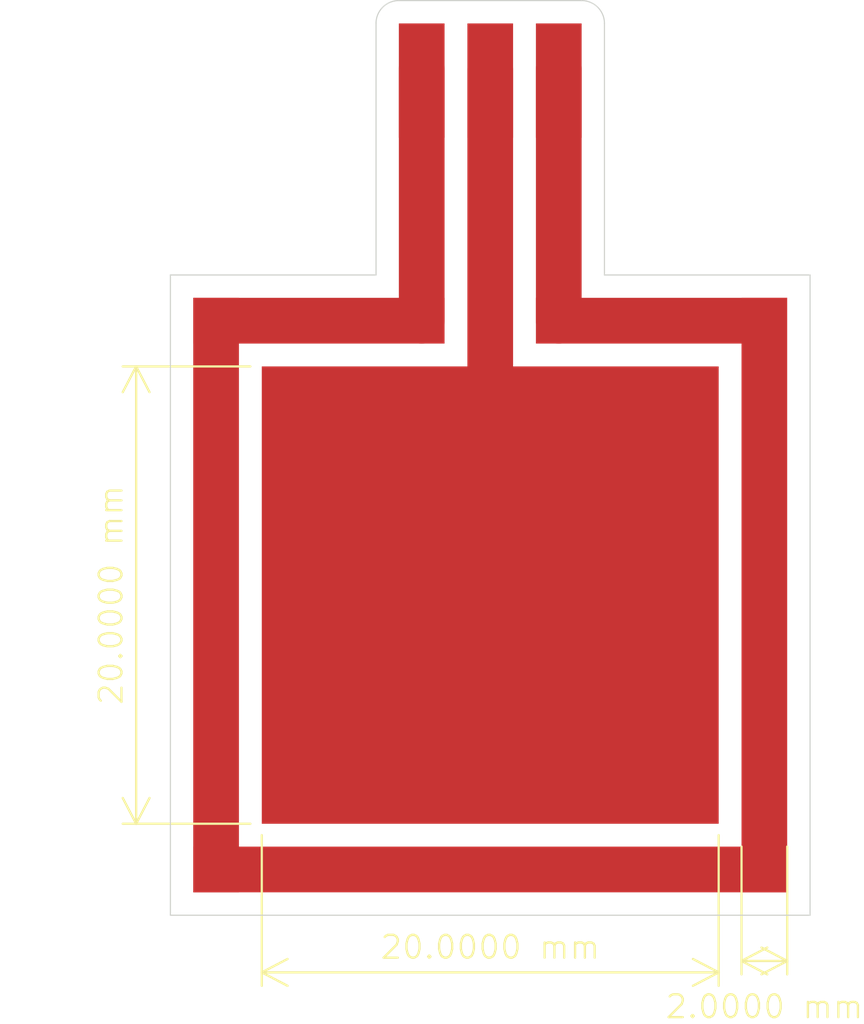
<source format=kicad_pcb>
(kicad_pcb (version 20240108) (generator "pcbnew") (generator_version "8.0")
  (layers (0 "F.Cu" signal) (31 "B.Cu" signal) (34 "B.Paste" user) (35 "F.Paste" user) (36 "B.SilkS" user "B.Silkscreen") (37 "F.SilkS" user "F.Silkscreen") (38 "B.Mask" user) (39 "F.Mask" user) (44 "Edge.Cuts" user))
  (net 0 "")
  (net 1 "/Pad")
  (net 2 "/Fringe Shield")
  (footprint "4022S:Gold_electrode_finger" (layer "F.Cu") (at 109 53.5)
    (property "Reference" "J4" (hide yes))
    (property "Value" "Finger")
    (pad "1" smd rect (at 0 0) (size 2 5) (layers "F.Cu" "F.Paste" "F.Mask") (net 1 "/Pad"))
    (pad "2" smd rect (at -3 0) (size 2 5) (layers "F.Cu" "F.Paste" "F.Mask") (net 2 "/Fringe Shield"))
    (pad "2" smd rect (at 3 0) (size 2 5) (layers "F.Cu" "F.Paste" "F.Mask") (net 2 "/Fringe Shield"))
  )
  (footprint "4022S:Gold_electrode_pad" (layer "F.Cu") (at 109 76)
    (property "Reference" "J3" (hide yes))
    (property "Value" "Pad")
    (pad "1" smd rect (at 0 0) (size 20 20) (layers "F.Cu" "F.Paste" "F.Mask") (net 1 "/Pad"))
    (pad "2" smd rect (at -12 0) (size 2 26) (layers "F.Cu" "F.Paste" "F.Mask") (net 2 "/Fringe Shield"))
    (pad "2" smd rect (at -7.5 -12 90) (size 2 11) (layers "F.Cu" "F.Paste" "F.Mask") (net 2 "/Fringe Shield"))
    (pad "2" smd rect (at 0 12 90) (size 2 26) (layers "F.Cu" "F.Paste" "F.Mask") (net 2 "/Fringe Shield"))
    (pad "2" smd rect (at 7.5 -12 90) (size 2 11) (layers "F.Cu" "F.Paste" "F.Mask") (net 2 "/Fringe Shield"))
    (pad "2" smd rect (at 12 0) (size 2 26) (layers "F.Cu" "F.Paste" "F.Mask") (net 2 "/Fringe Shield"))
  )
  (gr_line (start 123 90) (end 123 62) (stroke (width 0.05)) (layer "Edge.Cuts"))
  (gr_line (start 105 50) (end 113 50) (stroke (width 0.05)) (layer "Edge.Cuts"))
  (gr_line (start 114 51) (end 114 62) (stroke (width 0.05)) (layer "Edge.Cuts"))
  (gr_line (start 104 62) (end 104 51) (stroke (width 0.05)) (layer "Edge.Cuts"))
  (gr_line (start 95 90) (end 123 90) (stroke (width 0.05)) (layer "Edge.Cuts"))
  (gr_arc (start 113 50) (mid 113.707107 50.292893) (end 114 51) (stroke (width 0.05)) (layer "Edge.Cuts"))
  (gr_line (start 95 90) (end 95 62) (stroke (width 0.05)) (layer "Edge.Cuts"))
  (gr_line (start 95 62) (end 104 62) (stroke (width 0.05)) (layer "Edge.Cuts"))
  (gr_arc (start 104 51) (mid 104.292893 50.292893) (end 105 50) (stroke (width 0.05)) (layer "Edge.Cuts"))
  (gr_line (start 114 62) (end 123 62) (stroke (width 0.05)) (layer "Edge.Cuts"))
  (dimension (type aligned) (layer "F.SilkS") (pts (xy 99 86) (xy 119 86)) (height 6.5) (gr_text "20.0000 mm" (at 109 91.4 0) (layer "F.SilkS") (effects (font (size 1 1) (thickness 0.1)))) (format (prefix "") (suffix "") (units 3) (units_format 1) (precision 4)) (style (thickness 0.1) (arrow_length 1.27) (text_position_mode 0) (extension_height 0.58642) (extension_offset 0.5) keep_text_aligned))
  (dimension (type aligned) (layer "F.SilkS") (pts (xy 99 86) (xy 99 66)) (height -5.5) (gr_text "20.0000 mm" (at 92.4 76 90) (layer "F.SilkS") (effects (font (size 1 1) (thickness 0.1)))) (format (prefix "") (suffix "") (units 3) (units_format 1) (precision 4)) (style (thickness 0.1) (arrow_length 1.27) (text_position_mode 0) (extension_height 0.58642) (extension_offset 0.5) keep_text_aligned))
  (dimension (type aligned) (layer "F.SilkS") (pts (xy 120 86.5) (xy 122 86.5)) (height 5.5) (gr_text "2.0000 mm" (at 121 94 0) (layer "F.SilkS") (effects (font (size 1 1) (thickness 0.1)))) (format (prefix "") (suffix "") (units 3) (units_format 1) (precision 4)) (style (thickness 0.1) (arrow_length 1.27) (text_position_mode 2) (extension_height 0.58642) (extension_offset 0.5) keep_text_aligned))
  (segment (start 109 53) (end 109 76) (width 2) (layer "F.Cu") (net 1))
  (segment (start 106 53) (end 106 64) (width 2) (layer "F.Cu") (net 2))
  (segment (start 112 53) (end 112 64) (width 2) (layer "F.Cu") (net 2))
)
</source>
